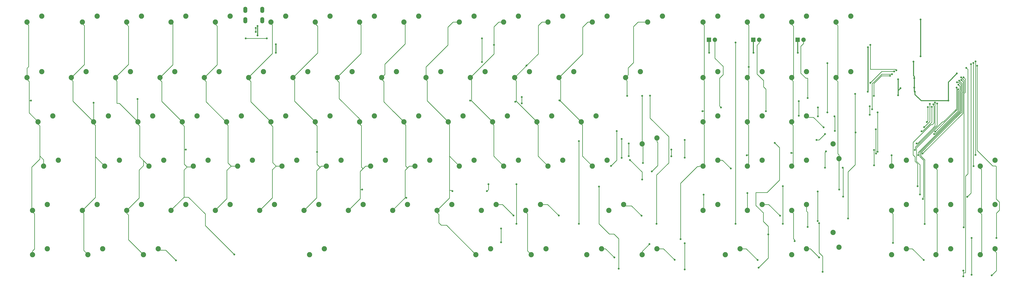
<source format=gbr>
G04 #@! TF.GenerationSoftware,KiCad,Pcbnew,5.1.2*
G04 #@! TF.CreationDate,2019-06-11T16:11:18+02:00*
G04 #@! TF.ProjectId,keyboard_layout_jopr,6b657962-6f61-4726-945f-6c61796f7574,rev?*
G04 #@! TF.SameCoordinates,Original*
G04 #@! TF.FileFunction,Copper,L1,Top*
G04 #@! TF.FilePolarity,Positive*
%FSLAX46Y46*%
G04 Gerber Fmt 4.6, Leading zero omitted, Abs format (unit mm)*
G04 Created by KiCad (PCBNEW 5.1.2) date 2019-06-11 16:11:18*
%MOMM*%
%LPD*%
G04 APERTURE LIST*
%ADD10R,1.905000X1.905000*%
%ADD11C,1.905000*%
%ADD12C,2.250000*%
%ADD13O,1.700000X2.700000*%
%ADD14C,0.800000*%
%ADD15C,0.381000*%
%ADD16C,0.254000*%
G04 APERTURE END LIST*
D10*
X352742500Y-30480000D03*
D11*
X355282500Y-30480000D03*
D12*
X350202500Y-22860000D03*
X356552500Y-20320000D03*
D10*
X333692500Y-30480000D03*
D11*
X336232500Y-30480000D03*
D12*
X331152500Y-22860000D03*
X337502500Y-20320000D03*
D10*
X314642500Y-30480000D03*
D11*
X317182500Y-30480000D03*
D12*
X312102500Y-22860000D03*
X318452500Y-20320000D03*
X220821250Y-120332500D03*
X214471250Y-122872500D03*
X149383750Y-120332500D03*
X143033750Y-122872500D03*
X270827500Y-82232500D03*
X264477500Y-84772500D03*
X277971250Y-101282500D03*
X271621250Y-103822500D03*
X367982500Y-113347500D03*
X370522500Y-119697500D03*
X268446250Y-120332500D03*
X262096250Y-122872500D03*
X285908750Y-75247500D03*
X292258750Y-72707500D03*
X437515000Y-120332500D03*
X431165000Y-122872500D03*
X418465000Y-101282500D03*
X412115000Y-103822500D03*
X437515000Y-101282500D03*
X431165000Y-103822500D03*
X418465000Y-82232500D03*
X412115000Y-84772500D03*
X437515000Y-82232500D03*
X431165000Y-84772500D03*
X418465000Y-120332500D03*
X412115000Y-122872500D03*
X399415000Y-101282500D03*
X393065000Y-103822500D03*
X399415000Y-82232500D03*
X393065000Y-84772500D03*
X367982500Y-75247500D03*
X370522500Y-81597500D03*
X375602500Y-44132500D03*
X369252500Y-46672500D03*
X375602500Y-20320000D03*
X369252500Y-22860000D03*
X399415000Y-120332500D03*
X393065000Y-122872500D03*
X356552500Y-82232500D03*
X350202500Y-84772500D03*
X356552500Y-63182500D03*
X350202500Y-65722500D03*
X356552500Y-44132500D03*
X350202500Y-46672500D03*
X356552500Y-120332500D03*
X350202500Y-122872500D03*
X356552500Y-101282500D03*
X350202500Y-103822500D03*
X337502500Y-82232500D03*
X331152500Y-84772500D03*
X337502500Y-63182500D03*
X331152500Y-65722500D03*
X337502500Y-44132500D03*
X331152500Y-46672500D03*
X337502500Y-101282500D03*
X331152500Y-103822500D03*
X318452500Y-82232500D03*
X312102500Y-84772500D03*
X318452500Y-63182500D03*
X312102500Y-65722500D03*
X318452500Y-44132500D03*
X312102500Y-46672500D03*
X327977500Y-120332500D03*
X321627500Y-122872500D03*
X318452500Y-101282500D03*
X312102500Y-103822500D03*
X285115000Y-44132500D03*
X278765000Y-46672500D03*
X294640000Y-20320000D03*
X288290000Y-22860000D03*
X292258750Y-120332500D03*
X285908750Y-122872500D03*
X266065000Y-63182500D03*
X259715000Y-65722500D03*
X256540000Y-44132500D03*
X250190000Y-46672500D03*
X270827500Y-20320000D03*
X264477500Y-22860000D03*
X242252500Y-101282500D03*
X235902500Y-103822500D03*
X251777500Y-82232500D03*
X245427500Y-84772500D03*
X247015000Y-63182500D03*
X240665000Y-65722500D03*
X237490000Y-44132500D03*
X231140000Y-46672500D03*
X251777500Y-20320000D03*
X245427500Y-22860000D03*
X244633750Y-120332500D03*
X238283750Y-122872500D03*
X223202500Y-101282500D03*
X216852500Y-103822500D03*
X232727500Y-82232500D03*
X226377500Y-84772500D03*
X227965000Y-63182500D03*
X221615000Y-65722500D03*
X218440000Y-44132500D03*
X212090000Y-46672500D03*
X232727500Y-20320000D03*
X226377500Y-22860000D03*
X204152500Y-101282500D03*
X197802500Y-103822500D03*
X213677500Y-82232500D03*
X207327500Y-84772500D03*
X208915000Y-63182500D03*
X202565000Y-65722500D03*
X199390000Y-44132500D03*
X193040000Y-46672500D03*
X213677500Y-20320000D03*
X207327500Y-22860000D03*
X185102500Y-101282500D03*
X178752500Y-103822500D03*
X194627500Y-82232500D03*
X188277500Y-84772500D03*
X189865000Y-63182500D03*
X183515000Y-65722500D03*
X180340000Y-44132500D03*
X173990000Y-46672500D03*
X189865000Y-20320000D03*
X183515000Y-22860000D03*
X166052500Y-101282500D03*
X159702500Y-103822500D03*
X175577500Y-82232500D03*
X169227500Y-84772500D03*
X170815000Y-63182500D03*
X164465000Y-65722500D03*
X161290000Y-44132500D03*
X154940000Y-46672500D03*
X170815000Y-20320000D03*
X164465000Y-22860000D03*
X147002500Y-101282500D03*
X140652500Y-103822500D03*
X156527500Y-82232500D03*
X150177500Y-84772500D03*
X151765000Y-63182500D03*
X145415000Y-65722500D03*
X142240000Y-44132500D03*
X135890000Y-46672500D03*
X151765000Y-20320000D03*
X145415000Y-22860000D03*
X127952500Y-101282500D03*
X121602500Y-103822500D03*
X137477500Y-82232500D03*
X131127500Y-84772500D03*
X132715000Y-63182500D03*
X126365000Y-65722500D03*
X123190000Y-44132500D03*
X116840000Y-46672500D03*
X132715000Y-20320000D03*
X126365000Y-22860000D03*
X108902500Y-101282500D03*
X102552500Y-103822500D03*
X118427500Y-82232500D03*
X112077500Y-84772500D03*
X113665000Y-63182500D03*
X107315000Y-65722500D03*
X104140000Y-44132500D03*
X97790000Y-46672500D03*
X108902500Y-20320000D03*
X102552500Y-22860000D03*
X89852500Y-101282500D03*
X83502500Y-103822500D03*
X99377500Y-82232500D03*
X93027500Y-84772500D03*
X94615000Y-63182500D03*
X88265000Y-65722500D03*
X85090000Y-44132500D03*
X78740000Y-46672500D03*
X89852500Y-20320000D03*
X83502500Y-22860000D03*
X77946250Y-120332500D03*
X71596250Y-122872500D03*
X70802500Y-101282500D03*
X64452500Y-103822500D03*
X80327500Y-82232500D03*
X73977500Y-84772500D03*
X75565000Y-63182500D03*
X69215000Y-65722500D03*
X59690000Y-46672500D03*
X66040000Y-44132500D03*
X70802500Y-20320000D03*
X64452500Y-22860000D03*
X54133750Y-120332500D03*
X47783750Y-122872500D03*
X51752500Y-101282500D03*
X45402500Y-103822500D03*
X61277500Y-82232500D03*
X54927500Y-84772500D03*
X56515000Y-63182500D03*
X50165000Y-65722500D03*
X46990000Y-44132500D03*
X40640000Y-46672500D03*
X51752500Y-20320000D03*
X45402500Y-22860000D03*
X30321250Y-120332500D03*
X23971250Y-122872500D03*
X30321250Y-101282500D03*
X23971250Y-103822500D03*
X35083750Y-82232500D03*
X28733750Y-84772500D03*
X32702500Y-63182500D03*
X26352500Y-65722500D03*
X27940000Y-44132500D03*
X21590000Y-46672500D03*
X27940000Y-20320000D03*
X21590000Y-22860000D03*
D13*
X115412500Y-17589500D03*
X122712500Y-17589500D03*
X122712500Y-22089500D03*
X115412500Y-22089500D03*
D14*
X128524000Y-32385000D03*
X128524000Y-36068000D03*
X120650000Y-24511000D03*
X120650000Y-28575000D03*
X405511000Y-37592000D03*
X405511000Y-21717000D03*
X395859000Y-54356000D03*
X396875000Y-51308000D03*
X395859000Y-47498000D03*
X352806000Y-36068000D03*
X333756000Y-36068000D03*
X314706000Y-36068000D03*
X382905000Y-33655000D03*
X382856500Y-52783500D03*
X402469067Y-39871933D03*
X402844000Y-46990000D03*
X403118814Y-52783500D03*
X417449000Y-56642000D03*
X421132000Y-44958000D03*
X402844000Y-51054000D03*
X115570000Y-29845000D03*
X124587000Y-29845000D03*
X365506000Y-61722000D03*
X365506000Y-40513000D03*
X217043000Y-40005000D03*
X217043000Y-29845000D03*
X429133000Y-80010000D03*
X429133000Y-39751000D03*
X387096000Y-61722000D03*
X387096000Y-78613000D03*
X353187000Y-63119000D03*
X353187000Y-56896000D03*
X234170155Y-57820000D03*
X234188000Y-55083000D03*
X423028382Y-46626606D03*
X406427250Y-79375000D03*
X386369000Y-68961000D03*
X386455814Y-79381223D03*
X372237000Y-97917000D03*
X372110000Y-85471000D03*
X364490000Y-85471000D03*
X364871000Y-78486000D03*
X298450000Y-77724000D03*
X298450000Y-80553000D03*
X280162000Y-80518000D03*
X280162000Y-75057000D03*
X427257210Y-40920979D03*
X425577000Y-98044000D03*
X361384567Y-108423000D03*
X361315000Y-95758000D03*
X219202000Y-95596000D03*
X219837000Y-92583000D03*
X424030900Y-46600989D03*
X424053000Y-111125000D03*
X225298000Y-111633000D03*
X225298000Y-117602000D03*
X304165000Y-117983000D03*
X304165000Y-129286000D03*
X429860000Y-41656000D03*
X438150000Y-115697000D03*
X427482000Y-115697000D03*
X427482000Y-131572000D03*
X423926000Y-132207000D03*
X423926000Y-129794000D03*
X425196000Y-42545000D03*
X85598000Y-125349000D03*
X273939000Y-124079000D03*
X406908000Y-125222000D03*
X436118000Y-131826000D03*
X211963000Y-56642000D03*
X23241000Y-56642000D03*
X395097000Y-43561000D03*
X383921000Y-32639000D03*
X222250000Y-32639000D03*
X231394000Y-57150000D03*
X50165000Y-57531000D03*
X394239505Y-44075497D03*
X383927067Y-49015933D03*
X236251750Y-41560750D03*
X250317000Y-56515000D03*
X69088000Y-55915000D03*
X393287495Y-45247000D03*
X384683000Y-60325000D03*
X274955000Y-69723000D03*
X272542000Y-84709000D03*
X110617000Y-122809000D03*
X285930990Y-54556010D03*
X279453990Y-54556010D03*
X286258000Y-83439000D03*
X89789000Y-77724000D03*
X392430000Y-45974000D03*
X385445000Y-54610000D03*
X311785000Y-61214000D03*
X302387000Y-116205000D03*
X289052000Y-118364000D03*
X412623000Y-57912000D03*
X403065238Y-77886000D03*
X385572000Y-77851000D03*
X385572000Y-84455000D03*
X330835000Y-80137000D03*
X331724000Y-42164000D03*
X350012000Y-79121000D03*
X146177000Y-78740000D03*
X411745457Y-57432500D03*
X403853933Y-75050933D03*
X370586000Y-94869000D03*
X165608000Y-94869000D03*
X421230898Y-48752000D03*
X404519239Y-80102000D03*
X393065000Y-80137000D03*
X184531000Y-98425000D03*
X421005000Y-51054000D03*
X405257000Y-97028000D03*
X312293000Y-97120000D03*
X393700000Y-117856000D03*
X351409000Y-117094000D03*
X204343000Y-95596000D03*
X422155380Y-48040723D03*
X406562000Y-98933000D03*
X331089000Y-96393000D03*
X428238571Y-40466969D03*
X428307500Y-84772500D03*
X119859500Y-27089009D03*
X119859500Y-25400000D03*
X299847000Y-125095000D03*
X335534000Y-125222000D03*
X361950000Y-124079000D03*
X290068000Y-87122000D03*
X363912433Y-68141567D03*
X285623000Y-106172000D03*
X250063000Y-106045000D03*
X230632000Y-106045000D03*
X323977000Y-85852000D03*
X356997000Y-110998000D03*
X345186000Y-106172000D03*
X326009000Y-109601000D03*
X326009000Y-31623000D03*
X423106961Y-47733319D03*
X407289000Y-109728000D03*
X292100000Y-109601000D03*
X289306000Y-54483000D03*
X361950000Y-109347000D03*
X374396000Y-107315000D03*
X377444000Y-53721000D03*
X363474000Y-130302000D03*
X421732000Y-51761108D03*
X411773085Y-69998870D03*
X377571000Y-70300011D03*
X280670000Y-82169000D03*
X285877000Y-90551000D03*
X258699000Y-74041000D03*
X258699000Y-109601000D03*
X335915000Y-128524000D03*
X340106000Y-114173000D03*
X342900000Y-74803000D03*
X304165000Y-73533000D03*
X304165000Y-81153000D03*
X277114000Y-81280000D03*
X277114000Y-73152000D03*
X421801455Y-49747007D03*
X411387010Y-71027011D03*
X364490000Y-70993000D03*
X360807000Y-73533000D03*
X231902000Y-92583000D03*
X231902000Y-109601000D03*
X275844000Y-128905000D03*
X267335000Y-93599000D03*
X346329000Y-109601000D03*
X346329000Y-93472000D03*
X411018457Y-58192005D03*
X404241000Y-93472000D03*
X410337000Y-59309000D03*
X405949433Y-69846001D03*
X368681000Y-69688000D03*
X368554000Y-63373000D03*
X361442000Y-63373000D03*
X361442000Y-59598000D03*
X319786000Y-59563000D03*
X409514750Y-58039000D03*
X407035000Y-68072000D03*
X339090000Y-61214000D03*
X408686000Y-59436000D03*
X408238683Y-65846683D03*
X383667000Y-62738000D03*
X383667000Y-59055000D03*
X356997000Y-55499000D03*
D15*
X128524000Y-32385000D02*
X128524000Y-36068000D01*
X120650000Y-24511000D02*
X120650000Y-28575000D01*
X405511000Y-37592000D02*
X405511000Y-27432000D01*
X405511000Y-27432000D02*
X405511000Y-24892000D01*
X405511000Y-24892000D02*
X405511000Y-21717000D01*
X395859000Y-54356000D02*
X395859000Y-53790315D01*
X395859000Y-53790315D02*
X395859000Y-52578000D01*
X395859000Y-52324000D02*
X396875000Y-51308000D01*
X395859000Y-52324000D02*
X395859000Y-47498000D01*
X395859000Y-52578000D02*
X395859000Y-52324000D01*
X352742500Y-30480000D02*
X352742500Y-36004500D01*
X352742500Y-36004500D02*
X352806000Y-36068000D01*
X333692500Y-36004500D02*
X333756000Y-36068000D01*
X333692500Y-30480000D02*
X333692500Y-36004500D01*
X314642500Y-36004500D02*
X314706000Y-36068000D01*
X314642500Y-30480000D02*
X314642500Y-36004500D01*
X382905000Y-33655000D02*
X382905000Y-52735000D01*
X382905000Y-52735000D02*
X382856500Y-52783500D01*
X402844000Y-46228000D02*
X402844000Y-46990000D01*
X402469067Y-45853067D02*
X402844000Y-46228000D01*
X402469067Y-39871933D02*
X402469067Y-45853067D01*
X402844000Y-52508686D02*
X403118814Y-52783500D01*
X403118814Y-52783500D02*
X403118814Y-53995814D01*
X403118814Y-53995814D02*
X405765000Y-56642000D01*
X405765000Y-56642000D02*
X417449000Y-56642000D01*
X417449000Y-56642000D02*
X417449000Y-48641000D01*
X417449000Y-48641000D02*
X421132000Y-44958000D01*
X402844000Y-46990000D02*
X402844000Y-51054000D01*
X402844000Y-51054000D02*
X402844000Y-52508686D01*
D16*
X119634000Y-29845000D02*
X124587000Y-29845000D01*
X119634000Y-29845000D02*
X121793000Y-29845000D01*
X115570000Y-29845000D02*
X119634000Y-29845000D01*
X365506000Y-61722000D02*
X365506000Y-40513000D01*
X217043000Y-40005000D02*
X217043000Y-29845000D01*
X429133000Y-80010000D02*
X429133000Y-79444315D01*
X429133000Y-79444315D02*
X429133000Y-39751000D01*
X429133000Y-39751000D02*
X429006000Y-39751000D01*
X387096000Y-61722000D02*
X387096000Y-78613000D01*
X353187000Y-63119000D02*
X353187000Y-56896000D01*
X234170155Y-57820000D02*
X234170155Y-55100845D01*
X234170155Y-55100845D02*
X234188000Y-55083000D01*
X423729060Y-62073190D02*
X406427250Y-79375000D01*
X423729060Y-53408278D02*
X423729060Y-62073190D01*
X424275041Y-47873265D02*
X424275041Y-52862297D01*
X424275041Y-52862297D02*
X423729060Y-53408278D01*
X423028382Y-46626606D02*
X424275041Y-47873265D01*
X386368999Y-78961961D02*
X386369000Y-78648000D01*
X386369000Y-78648000D02*
X386369000Y-68961000D01*
X386455814Y-79381223D02*
X386455814Y-79048776D01*
X386455814Y-79048776D02*
X386368999Y-78961961D01*
X372237000Y-97917000D02*
X372237000Y-85598000D01*
X372237000Y-85598000D02*
X372110000Y-85471000D01*
X364490000Y-85471000D02*
X364490000Y-78867000D01*
X364490000Y-78867000D02*
X364871000Y-78486000D01*
X298450000Y-77724000D02*
X298450000Y-80553000D01*
X280162000Y-80518000D02*
X280162000Y-75057000D01*
X427257210Y-96363790D02*
X425577000Y-98044000D01*
X427257210Y-40920979D02*
X427257210Y-96363790D01*
X361384567Y-108423000D02*
X361384567Y-95827567D01*
X361384567Y-95827567D02*
X361315000Y-95758000D01*
X219202000Y-95596000D02*
X219837000Y-94961000D01*
X219837000Y-94961000D02*
X219837000Y-92583000D01*
X424729051Y-47299140D02*
X424729051Y-47685208D01*
X424030900Y-46600989D02*
X424729051Y-47299140D01*
X424729051Y-53050354D02*
X424183070Y-53596335D01*
X424729051Y-47685208D02*
X424729051Y-53050354D01*
X424183070Y-53596335D02*
X424183070Y-53848000D01*
X424183070Y-53848000D02*
X424183070Y-102485930D01*
X424183070Y-102485930D02*
X424183070Y-110994930D01*
X424183070Y-110994930D02*
X424053000Y-111125000D01*
X225298000Y-111633000D02*
X225298000Y-117602000D01*
X304165000Y-117983000D02*
X304165000Y-129286000D01*
X436499000Y-84709000D02*
X437769000Y-84709000D01*
X429860000Y-41656000D02*
X429860000Y-78070000D01*
X437769000Y-84709000D02*
X438023000Y-84963000D01*
X438023000Y-84963000D02*
X438023000Y-98933000D01*
X429860000Y-78070000D02*
X436499000Y-84709000D01*
X439420000Y-100330000D02*
X439420000Y-103759000D01*
X438023000Y-98933000D02*
X439420000Y-100330000D01*
X439420000Y-103759000D02*
X438150000Y-105029000D01*
X438150000Y-105029000D02*
X438150000Y-115697000D01*
X427482000Y-115697000D02*
X427482000Y-131572000D01*
X424757998Y-130683000D02*
X423926000Y-130683000D01*
X424849999Y-130590999D02*
X424757998Y-130683000D01*
X423926000Y-130683000D02*
X423926000Y-129794000D01*
X425196000Y-42545000D02*
X425831000Y-43180000D01*
X424849999Y-89119001D02*
X424849999Y-130590999D01*
X423926000Y-132207000D02*
X423926000Y-130683000D01*
X425831000Y-43180000D02*
X425831000Y-88138000D01*
X425831000Y-88138000D02*
X424849999Y-89119001D01*
X77906250Y-120912500D02*
X81161500Y-120912500D01*
X81161500Y-120912500D02*
X85598000Y-125349000D01*
X268446250Y-120332500D02*
X270192500Y-120332500D01*
X270192500Y-120332500D02*
X273939000Y-124079000D01*
X399415000Y-120332500D02*
X402018500Y-120332500D01*
X402018500Y-120332500D02*
X406908000Y-125222000D01*
X437515000Y-120332500D02*
X437515000Y-121412000D01*
X437515000Y-121412000D02*
X438150000Y-122047000D01*
X438150000Y-122047000D02*
X438150000Y-129794000D01*
X438150000Y-129794000D02*
X436118000Y-131826000D01*
X21590000Y-42672000D02*
X21590000Y-46672500D01*
X22225000Y-42037000D02*
X21590000Y-42672000D01*
X22225000Y-24257000D02*
X22225000Y-42037000D01*
X21590000Y-22860000D02*
X21590000Y-23622000D01*
X21590000Y-23622000D02*
X22225000Y-24257000D01*
X22479000Y-61849000D02*
X26352500Y-65722500D01*
X21590000Y-46672500D02*
X21590000Y-47498000D01*
X21590000Y-47498000D02*
X22479000Y-48387000D01*
X26352500Y-65722500D02*
X26352500Y-66738500D01*
X26352500Y-66738500D02*
X27051000Y-67437000D01*
X28733750Y-82073750D02*
X28733750Y-84772500D01*
X27051000Y-80391000D02*
X28733750Y-82073750D01*
X27051000Y-80264000D02*
X27051000Y-81788000D01*
X27051000Y-80264000D02*
X27051000Y-80391000D01*
X27051000Y-67437000D02*
X27051000Y-80264000D01*
X27051000Y-81788000D02*
X23622000Y-85217000D01*
X23622000Y-103473250D02*
X23971250Y-103822500D01*
X23622000Y-85217000D02*
X23622000Y-103473250D01*
X24765000Y-105283000D02*
X23971250Y-104489250D01*
X23971250Y-104489250D02*
X23971250Y-103822500D01*
X24765000Y-120487760D02*
X24765000Y-105283000D01*
X23971250Y-121281510D02*
X24765000Y-120487760D01*
X23971250Y-122872500D02*
X23971250Y-121281510D01*
X226377500Y-22860000D02*
X224282000Y-22860000D01*
X224282000Y-22860000D02*
X222250000Y-24892000D01*
X222250000Y-36512500D02*
X212090000Y-46672500D01*
X212090000Y-46672500D02*
X212090000Y-47371000D01*
X212090000Y-47371000D02*
X212598000Y-47879000D01*
X212598000Y-47879000D02*
X212598000Y-56705500D01*
X221615000Y-65722500D02*
X221615000Y-66675000D01*
X221615000Y-66675000D02*
X222123000Y-67183000D01*
X222123000Y-80518000D02*
X226377500Y-84772500D01*
X222123000Y-67183000D02*
X222123000Y-80518000D01*
X215296750Y-59404250D02*
X221615000Y-65722500D01*
X212598000Y-56705500D02*
X215296750Y-59404250D01*
X212598000Y-56705500D02*
X212026500Y-56705500D01*
X212026500Y-56705500D02*
X211963000Y-56642000D01*
X22548315Y-56769000D02*
X22479000Y-56769000D01*
X22675315Y-56642000D02*
X22548315Y-56769000D01*
X23241000Y-56642000D02*
X22675315Y-56642000D01*
X22479000Y-48387000D02*
X22479000Y-56769000D01*
X22479000Y-56769000D02*
X22479000Y-61849000D01*
X394697001Y-43161001D02*
X388892999Y-43161001D01*
X395097000Y-43561000D02*
X394697001Y-43161001D01*
X388892999Y-43161001D02*
X383939999Y-43161001D01*
X383939999Y-43161001D02*
X383921000Y-43142002D01*
X383921000Y-43142002D02*
X383921000Y-32639000D01*
X222250000Y-24892000D02*
X222250000Y-32639000D01*
X222250000Y-32639000D02*
X222250000Y-36512500D01*
X40640000Y-46672500D02*
X40640000Y-47625000D01*
X40640000Y-47625000D02*
X41275000Y-48260000D01*
X41275000Y-56832500D02*
X50165000Y-65722500D01*
X41275000Y-48260000D02*
X41275000Y-56832500D01*
X50927000Y-80772000D02*
X54927500Y-84772500D01*
X50927000Y-67310000D02*
X50927000Y-80772000D01*
X50165000Y-65722500D02*
X50165000Y-66548000D01*
X50165000Y-66548000D02*
X50927000Y-67310000D01*
X45402500Y-103822500D02*
X45402500Y-104584500D01*
X45402500Y-104584500D02*
X45974000Y-105156000D01*
X45974000Y-121062750D02*
X47783750Y-122872500D01*
X45974000Y-105156000D02*
X45974000Y-121062750D01*
X50927000Y-98298000D02*
X50927000Y-97504250D01*
X45402500Y-103822500D02*
X50927000Y-98298000D01*
X50927000Y-80772000D02*
X50927000Y-97504250D01*
X41624250Y-45688250D02*
X40640000Y-46672500D01*
X46228000Y-41084500D02*
X41624250Y-45688250D01*
X46228000Y-24384000D02*
X46228000Y-41084500D01*
X45402500Y-23558500D02*
X46228000Y-24384000D01*
X45402500Y-22860000D02*
X45402500Y-23558500D01*
X245427500Y-22860000D02*
X242824000Y-22860000D01*
X242824000Y-22860000D02*
X241300000Y-24384000D01*
X241300000Y-24384000D02*
X241300000Y-36512500D01*
X231140000Y-46672500D02*
X231140000Y-47498000D01*
X231140000Y-47498000D02*
X231775000Y-48133000D01*
X231775000Y-48133000D02*
X231775000Y-56832500D01*
X240665000Y-65722500D02*
X240665000Y-66675000D01*
X240665000Y-66675000D02*
X241173000Y-67183000D01*
X241173000Y-80518000D02*
X245427500Y-84772500D01*
X241173000Y-67183000D02*
X241173000Y-80518000D01*
X233902250Y-58959750D02*
X240665000Y-65722500D01*
X231775000Y-56832500D02*
X233902250Y-58959750D01*
X231775000Y-56832500D02*
X231711500Y-56832500D01*
X231711500Y-56832500D02*
X231394000Y-57150000D01*
X50165000Y-57531000D02*
X50165000Y-65722500D01*
X393673820Y-44075497D02*
X393667323Y-44069000D01*
X394239505Y-44075497D02*
X393673820Y-44075497D01*
X393667323Y-44069000D02*
X389001000Y-44069000D01*
X389001000Y-44069000D02*
X388874000Y-44069000D01*
X388874000Y-44069000D02*
X383927067Y-49015933D01*
X241300000Y-36512500D02*
X236251750Y-41560750D01*
X236251750Y-41560750D02*
X231140000Y-46672500D01*
X65151000Y-116427250D02*
X71596250Y-122872500D01*
X65151000Y-105791000D02*
X65151000Y-116427250D01*
X64452500Y-103822500D02*
X64452500Y-105092500D01*
X64452500Y-105092500D02*
X65151000Y-105791000D01*
X64452500Y-22860000D02*
X64452500Y-23939500D01*
X64452500Y-23939500D02*
X65151000Y-24638000D01*
X59690000Y-46522500D02*
X59690000Y-46672500D01*
X65151000Y-41061500D02*
X59690000Y-46522500D01*
X65151000Y-24638000D02*
X65151000Y-41061500D01*
X59690000Y-46672500D02*
X59690000Y-47752000D01*
X59690000Y-47752000D02*
X60198000Y-48260000D01*
X60198000Y-48260000D02*
X60198000Y-57785000D01*
X61277500Y-57785000D02*
X69215000Y-65722500D01*
X69977000Y-67564000D02*
X69977000Y-80772000D01*
X69215000Y-65722500D02*
X69215000Y-66802000D01*
X69215000Y-66802000D02*
X69977000Y-67564000D01*
X71628000Y-82423000D02*
X73977500Y-84772500D01*
X69977000Y-80772000D02*
X71628000Y-82423000D01*
X69723000Y-98552000D02*
X64452500Y-103822500D01*
X69723000Y-86487000D02*
X69723000Y-98552000D01*
X71628000Y-84582000D02*
X69723000Y-86487000D01*
X71628000Y-82423000D02*
X71628000Y-84582000D01*
X60198000Y-57785000D02*
X60960000Y-57785000D01*
X60960000Y-57785000D02*
X61277500Y-57785000D01*
X264477500Y-22860000D02*
X262509000Y-22860000D01*
X262509000Y-22860000D02*
X260350000Y-25019000D01*
X260350000Y-36512500D02*
X250190000Y-46672500D01*
X260350000Y-25019000D02*
X260350000Y-36512500D01*
X250190000Y-46672500D02*
X250190000Y-47371000D01*
X250190000Y-47371000D02*
X250825000Y-48006000D01*
X250825000Y-56832500D02*
X259715000Y-65722500D01*
X250825000Y-48006000D02*
X250825000Y-56832500D01*
X259715000Y-65722500D02*
X259715000Y-66675000D01*
X259715000Y-66675000D02*
X260223000Y-67183000D01*
X260223000Y-80518000D02*
X264477500Y-84772500D01*
X260223000Y-67183000D02*
X260223000Y-80518000D01*
X250825000Y-56832500D02*
X250634500Y-56832500D01*
X250634500Y-56832500D02*
X250317000Y-56515000D01*
X69088000Y-65595500D02*
X69215000Y-65722500D01*
X69088000Y-55915000D02*
X69088000Y-65595500D01*
X393287495Y-45247000D02*
X388909000Y-45247000D01*
X384717999Y-55317107D02*
X384737892Y-55337000D01*
X384717999Y-49360934D02*
X384717999Y-55317107D01*
X388909000Y-45247000D02*
X388831933Y-45247000D01*
X388831933Y-45247000D02*
X384717999Y-49360934D01*
X384717999Y-55317107D02*
X384717999Y-60290001D01*
X384717999Y-60290001D02*
X384683000Y-60325000D01*
X274955000Y-69723000D02*
X274955000Y-82296000D01*
X274955000Y-82296000D02*
X272542000Y-84709000D01*
X83502500Y-103672500D02*
X83502500Y-103822500D01*
X88265000Y-66802000D02*
X89154000Y-67691000D01*
X88265000Y-65722500D02*
X88265000Y-66802000D01*
X89154000Y-83947000D02*
X90360500Y-85153500D01*
X90360500Y-85153500D02*
X89027000Y-86487000D01*
X89027000Y-86487000D02*
X89027000Y-98148000D01*
X92646500Y-85153500D02*
X93027500Y-84772500D01*
X90360500Y-85153500D02*
X92646500Y-85153500D01*
X79502000Y-56959500D02*
X88265000Y-65722500D01*
X79502000Y-48514000D02*
X79502000Y-56959500D01*
X78740000Y-46672500D02*
X78740000Y-47752000D01*
X78740000Y-47752000D02*
X79502000Y-48514000D01*
X84201000Y-41211500D02*
X79851250Y-45561250D01*
X79851250Y-45561250D02*
X78740000Y-46672500D01*
X84201000Y-23558500D02*
X84201000Y-41211500D01*
X83502500Y-22860000D02*
X84201000Y-23558500D01*
X85205500Y-101969500D02*
X83502500Y-103672500D01*
X89027000Y-98148000D02*
X85205500Y-101969500D01*
X143221807Y-123326510D02*
X143354784Y-123193533D01*
X89027000Y-98148000D02*
X90909000Y-98148000D01*
X90909000Y-98148000D02*
X98171000Y-105410000D01*
X98171000Y-105410000D02*
X98171000Y-110363000D01*
X98171000Y-110363000D02*
X110617000Y-122809000D01*
X279908000Y-45529500D02*
X278765000Y-46672500D01*
X282194000Y-40259000D02*
X279908000Y-42545000D01*
X282194000Y-24765000D02*
X282194000Y-40259000D01*
X288290000Y-22860000D02*
X284099000Y-22860000D01*
X279908000Y-42545000D02*
X279908000Y-45529500D01*
X284099000Y-22860000D02*
X282194000Y-24765000D01*
X285930990Y-75225260D02*
X285908750Y-75247500D01*
X285930990Y-54556010D02*
X285930990Y-75225260D01*
X278765000Y-46672500D02*
X278765000Y-47498000D01*
X278765000Y-47498000D02*
X279400000Y-48133000D01*
X279400000Y-48133000D02*
X279400000Y-54502020D01*
X279400000Y-54502020D02*
X279453990Y-54556010D01*
X285908750Y-75247500D02*
X285908750Y-75977750D01*
X285908750Y-75977750D02*
X286258000Y-76327000D01*
X286258000Y-76327000D02*
X286258000Y-83439000D01*
X89789000Y-77724000D02*
X89281000Y-77724000D01*
X89281000Y-77724000D02*
X89154000Y-77597000D01*
X89154000Y-67691000D02*
X89154000Y-77597000D01*
X89154000Y-77597000D02*
X89154000Y-83947000D01*
X391033000Y-45974000D02*
X388747000Y-45974000D01*
X391033000Y-45974000D02*
X390476001Y-45974000D01*
X392430000Y-45974000D02*
X391033000Y-45974000D01*
X385445000Y-49276000D02*
X385445000Y-54610000D01*
X388747000Y-45974000D02*
X385445000Y-49276000D01*
X112077500Y-84772500D02*
X109283500Y-84772500D01*
X109283500Y-84772500D02*
X107442000Y-86614000D01*
X102552500Y-103672500D02*
X102552500Y-103822500D01*
X107442000Y-86614000D02*
X107442000Y-98783000D01*
X107315000Y-65722500D02*
X107315000Y-66675000D01*
X107315000Y-66675000D02*
X107950000Y-67310000D01*
X107950000Y-83439000D02*
X109283500Y-84772500D01*
X107950000Y-67310000D02*
X107950000Y-83439000D01*
X97790000Y-46672500D02*
X97790000Y-47625000D01*
X97790000Y-47625000D02*
X98552000Y-48387000D01*
X98552000Y-48387000D02*
X98552000Y-57150000D01*
X107124500Y-65722500D02*
X107315000Y-65722500D01*
X98552000Y-57150000D02*
X107124500Y-65722500D01*
X103251000Y-41211500D02*
X98901250Y-45561250D01*
X103251000Y-24511000D02*
X103251000Y-41211500D01*
X102552500Y-23812500D02*
X103251000Y-24511000D01*
X98901250Y-45561250D02*
X97790000Y-46672500D01*
X102552500Y-22860000D02*
X102552500Y-23812500D01*
X105081000Y-101144000D02*
X102552500Y-103672500D01*
X107442000Y-98783000D02*
X105081000Y-101144000D01*
X312547000Y-46228000D02*
X312102500Y-46672500D01*
X312102500Y-22860000D02*
X312102500Y-23812500D01*
X312547000Y-24257000D02*
X312547000Y-46228000D01*
X312102500Y-23812500D02*
X312547000Y-24257000D01*
X312547000Y-65278000D02*
X312102500Y-65722500D01*
X312102500Y-46672500D02*
X312102500Y-47561500D01*
X312102500Y-47561500D02*
X312547000Y-48006000D01*
X312547000Y-84328000D02*
X312102500Y-84772500D01*
X312102500Y-65722500D02*
X312102500Y-66611500D01*
X312547000Y-67056000D02*
X312547000Y-84328000D01*
X312102500Y-66611500D02*
X312547000Y-67056000D01*
X312547000Y-61087000D02*
X311912000Y-61087000D01*
X311912000Y-61087000D02*
X311785000Y-61214000D01*
X312547000Y-61087000D02*
X312547000Y-65278000D01*
X312547000Y-48006000D02*
X312547000Y-61087000D01*
X312102500Y-84772500D02*
X310451500Y-84772500D01*
X310451500Y-84772500D02*
X310261000Y-84963000D01*
X310261000Y-84963000D02*
X309626000Y-84963000D01*
X309626000Y-84963000D02*
X302387000Y-92202000D01*
X302387000Y-92202000D02*
X302387000Y-116205000D01*
X285908750Y-121507250D02*
X285908750Y-122872500D01*
X289052000Y-118364000D02*
X285908750Y-121507250D01*
X412623000Y-57912000D02*
X412623000Y-67310000D01*
X412623000Y-67310000D02*
X403225000Y-76708000D01*
X403225000Y-76708000D02*
X403225000Y-76828927D01*
X403225000Y-76708000D02*
X403225000Y-77726238D01*
X403225000Y-77726238D02*
X403065238Y-77886000D01*
X385572000Y-77851000D02*
X385572000Y-84455000D01*
X131127500Y-84772500D02*
X128587500Y-84772500D01*
X126365000Y-65722500D02*
X126365000Y-67056000D01*
X126365000Y-67056000D02*
X127127000Y-67818000D01*
X127127000Y-83312000D02*
X128587500Y-84772500D01*
X117729000Y-57086500D02*
X126365000Y-65722500D01*
X117729000Y-48387000D02*
X117729000Y-57086500D01*
X116840000Y-46672500D02*
X116840000Y-47498000D01*
X116840000Y-47498000D02*
X117729000Y-48387000D01*
X116840000Y-46522500D02*
X116840000Y-46672500D01*
X127000000Y-36362500D02*
X116840000Y-46522500D01*
X127000000Y-24130000D02*
X127000000Y-36362500D01*
X126365000Y-23495000D02*
X127000000Y-24130000D01*
X126365000Y-22860000D02*
X126365000Y-23495000D01*
X127000000Y-86360000D02*
X127000000Y-98425000D01*
X128587500Y-84772500D02*
X127000000Y-86360000D01*
X124523500Y-100901500D02*
X121602500Y-103822500D01*
X127000000Y-98425000D02*
X124523500Y-100901500D01*
X127127000Y-67818000D02*
X127127000Y-80137000D01*
X127127000Y-80137000D02*
X127127000Y-83312000D01*
X331724000Y-46101000D02*
X331152500Y-46672500D01*
X331152500Y-22860000D02*
X331152500Y-23685500D01*
X331152500Y-23685500D02*
X331724000Y-24257000D01*
X331597000Y-48133000D02*
X331597000Y-65278000D01*
X331152500Y-46672500D02*
X331152500Y-47688500D01*
X331597000Y-65278000D02*
X331152500Y-65722500D01*
X331152500Y-47688500D02*
X331597000Y-48133000D01*
X331597000Y-84328000D02*
X331152500Y-84772500D01*
X331152500Y-65722500D02*
X331152500Y-66865500D01*
X331152500Y-66865500D02*
X331597000Y-67310000D01*
X331597000Y-67310000D02*
X331597000Y-79756000D01*
X331597000Y-80010000D02*
X330962000Y-80010000D01*
X331597000Y-80010000D02*
X331597000Y-84328000D01*
X330962000Y-80010000D02*
X330835000Y-80137000D01*
X331597000Y-79756000D02*
X331597000Y-80010000D01*
X331724000Y-42164000D02*
X331724000Y-46101000D01*
X331724000Y-24257000D02*
X331724000Y-42164000D01*
X150177500Y-84772500D02*
X148018500Y-84772500D01*
X145415000Y-65722500D02*
X145415000Y-66802000D01*
X145415000Y-66802000D02*
X146177000Y-67564000D01*
X146177000Y-84074000D02*
X147447000Y-85344000D01*
X148018500Y-84772500D02*
X147447000Y-85344000D01*
X136525000Y-56832500D02*
X145415000Y-65722500D01*
X136525000Y-48006000D02*
X136525000Y-56832500D01*
X135890000Y-46672500D02*
X135890000Y-47371000D01*
X135890000Y-47371000D02*
X136525000Y-48006000D01*
X146431000Y-36131500D02*
X135890000Y-46672500D01*
X146431000Y-24638000D02*
X146431000Y-36131500D01*
X145415000Y-23622000D02*
X146431000Y-24638000D01*
X145415000Y-22860000D02*
X145415000Y-23622000D01*
X141732000Y-102743000D02*
X140652500Y-103822500D01*
X146050000Y-86741000D02*
X146050000Y-98425000D01*
X147447000Y-85344000D02*
X146050000Y-86741000D01*
X143192500Y-101282500D02*
X141732000Y-102743000D01*
X146050000Y-98425000D02*
X143192500Y-101282500D01*
X146177000Y-79248000D02*
X146177000Y-84074000D01*
X350901000Y-45974000D02*
X350202500Y-46672500D01*
X350901000Y-24638000D02*
X350901000Y-45974000D01*
X350202500Y-22860000D02*
X350202500Y-23939500D01*
X350202500Y-23939500D02*
X350901000Y-24638000D01*
X350774000Y-65151000D02*
X350202500Y-65722500D01*
X350774000Y-48260000D02*
X350774000Y-65151000D01*
X350202500Y-46672500D02*
X350202500Y-47688500D01*
X350202500Y-47688500D02*
X350774000Y-48260000D01*
X350774000Y-84201000D02*
X350202500Y-84772500D01*
X350202500Y-65722500D02*
X350202500Y-66738500D01*
X350202500Y-66738500D02*
X350774000Y-67310000D01*
X350774000Y-67310000D02*
X350774000Y-78740000D01*
X350774000Y-79121000D02*
X350012000Y-79121000D01*
X350774000Y-79121000D02*
X350774000Y-84201000D01*
X350774000Y-78740000D02*
X350774000Y-79121000D01*
X146177000Y-67564000D02*
X146177000Y-78486000D01*
X146177000Y-78486000D02*
X146177000Y-78740000D01*
X146177000Y-78740000D02*
X146177000Y-79248000D01*
X411745457Y-57432500D02*
X411745457Y-67545477D01*
X411745457Y-67545477D02*
X404240001Y-75050933D01*
X404240001Y-75050933D02*
X403853933Y-75050933D01*
X169227500Y-84772500D02*
X167068500Y-84772500D01*
X164465000Y-65722500D02*
X164465000Y-66675000D01*
X164465000Y-66675000D02*
X165227000Y-67437000D01*
X165227000Y-85217000D02*
X165925500Y-85915500D01*
X167068500Y-84772500D02*
X165925500Y-85915500D01*
X154940000Y-46672500D02*
X154940000Y-48006000D01*
X154940000Y-48006000D02*
X155702000Y-48768000D01*
X155702000Y-48768000D02*
X155702000Y-55753000D01*
X164465000Y-64516000D02*
X164465000Y-65722500D01*
X155702000Y-55753000D02*
X164465000Y-64516000D01*
X154940000Y-46522500D02*
X154940000Y-46672500D01*
X165100000Y-36362500D02*
X154940000Y-46522500D01*
X165100000Y-24130000D02*
X165100000Y-36362500D01*
X164465000Y-23495000D02*
X165100000Y-24130000D01*
X164465000Y-22860000D02*
X164465000Y-23495000D01*
X164719000Y-98806000D02*
X159702500Y-103822500D01*
X165925500Y-85915500D02*
X164719000Y-87122000D01*
X165227000Y-67437000D02*
X165227000Y-78740000D01*
X165227000Y-78740000D02*
X165227000Y-85217000D01*
X369951000Y-45974000D02*
X369252500Y-46672500D01*
X369951000Y-24384000D02*
X369951000Y-45974000D01*
X369252500Y-22860000D02*
X369252500Y-23685500D01*
X369252500Y-23685500D02*
X369951000Y-24384000D01*
X369252500Y-46672500D02*
X369252500Y-47688500D01*
X369252500Y-47688500D02*
X369951000Y-48387000D01*
X370522500Y-80006510D02*
X370522500Y-81597500D01*
X370017990Y-79502000D02*
X370522500Y-80006510D01*
X369951000Y-79502000D02*
X370017990Y-79502000D01*
X369951000Y-60833000D02*
X369951000Y-79502000D01*
X369951000Y-48387000D02*
X369951000Y-60833000D01*
X370522500Y-81597500D02*
X370522500Y-94805500D01*
X370522500Y-94805500D02*
X370586000Y-94869000D01*
X165608000Y-94869000D02*
X165042315Y-94869000D01*
X165042315Y-94869000D02*
X164719000Y-94869000D01*
X164719000Y-87122000D02*
X164719000Y-94869000D01*
X164719000Y-94869000D02*
X164719000Y-98806000D01*
X422913011Y-49660011D02*
X422913011Y-50216496D01*
X421230898Y-48752000D02*
X422005000Y-48752000D01*
X422005000Y-48752000D02*
X422913011Y-49660011D01*
X422913011Y-52298126D02*
X422367030Y-52844107D01*
X422913011Y-50216496D02*
X422913011Y-52298126D01*
X422367030Y-52844107D02*
X422367030Y-54229000D01*
X422367030Y-54229000D02*
X422367030Y-61075125D01*
X422367030Y-61075125D02*
X404519239Y-78922916D01*
X404519239Y-78922916D02*
X404519239Y-80102000D01*
X393065000Y-80137000D02*
X393065000Y-84772500D01*
X188277500Y-84772500D02*
X185864500Y-84772500D01*
X178752500Y-103672500D02*
X178752500Y-103822500D01*
X184023000Y-98402000D02*
X178752500Y-103672500D01*
X183515000Y-65722500D02*
X183515000Y-66421000D01*
X183515000Y-66421000D02*
X184277000Y-67183000D01*
X184277000Y-84836000D02*
X185039000Y-85598000D01*
X184277000Y-67183000D02*
X184277000Y-84836000D01*
X185864500Y-84772500D02*
X185039000Y-85598000D01*
X185039000Y-85598000D02*
X184023000Y-86614000D01*
X173990000Y-46672500D02*
X173990000Y-47498000D01*
X173990000Y-47498000D02*
X174879000Y-48387000D01*
X179165250Y-61436250D02*
X174879000Y-57150000D01*
X179228750Y-61436250D02*
X179165250Y-61436250D01*
X174879000Y-48387000D02*
X174879000Y-57150000D01*
X179228750Y-61436250D02*
X183515000Y-65722500D01*
X183515000Y-22860000D02*
X183515000Y-23495000D01*
X183515000Y-23495000D02*
X184023000Y-24003000D01*
X184023000Y-24003000D02*
X184023000Y-32258000D01*
X175300000Y-45362500D02*
X173990000Y-46672500D01*
X175300000Y-40981000D02*
X175300000Y-45362500D01*
X184023000Y-32258000D02*
X175300000Y-40981000D01*
X184277000Y-98425000D02*
X184023000Y-98171000D01*
X184531000Y-98425000D02*
X184277000Y-98425000D01*
X184023000Y-86614000D02*
X184023000Y-98171000D01*
X184023000Y-98171000D02*
X184023000Y-98402000D01*
X235902500Y-103822500D02*
X235902500Y-104584500D01*
X235902500Y-104584500D02*
X236601000Y-105283000D01*
X236601000Y-121189750D02*
X238283750Y-122872500D01*
X236601000Y-105283000D02*
X236601000Y-121189750D01*
X421005000Y-51054000D02*
X421005000Y-54610000D01*
X421005000Y-60124889D02*
X415343889Y-65786000D01*
X421005000Y-54610000D02*
X421005000Y-60124889D01*
X403792238Y-76903755D02*
X403792238Y-82736238D01*
X415343889Y-65786000D02*
X414909993Y-65786000D01*
X414909993Y-65786000D02*
X403792238Y-76903755D01*
X403792238Y-82736238D02*
X405257000Y-84201000D01*
X405257000Y-84201000D02*
X405257000Y-97028000D01*
X312293000Y-103632000D02*
X312102500Y-103822500D01*
X312293000Y-97120000D02*
X312293000Y-103632000D01*
X202438000Y-32766000D02*
X193040000Y-42164000D01*
X193040000Y-42164000D02*
X193040000Y-46672500D01*
X202438000Y-25019000D02*
X202438000Y-32766000D01*
X204597000Y-22860000D02*
X202438000Y-25019000D01*
X207327500Y-22860000D02*
X204597000Y-22860000D01*
X193040000Y-46672500D02*
X193040000Y-47625000D01*
X193040000Y-47625000D02*
X193548000Y-48133000D01*
X193548000Y-48133000D02*
X193548000Y-56705500D01*
X202565000Y-65722500D02*
X202565000Y-66548000D01*
X202565000Y-66548000D02*
X203073000Y-67056000D01*
X203073000Y-80518000D02*
X207327500Y-84772500D01*
X203073000Y-67056000D02*
X203073000Y-80518000D01*
X196056250Y-59213750D02*
X202565000Y-65722500D01*
X193548000Y-56705500D02*
X196056250Y-59213750D01*
X203073000Y-98552000D02*
X197802500Y-103822500D01*
X331851000Y-104521000D02*
X331152500Y-103822500D01*
X393065000Y-103822500D02*
X393065000Y-104775000D01*
X393065000Y-104775000D02*
X393700000Y-105410000D01*
X393700000Y-105410000D02*
X393700000Y-117856000D01*
X350202500Y-104457500D02*
X350202500Y-103822500D01*
X350901000Y-105156000D02*
X350202500Y-104457500D01*
X350901000Y-116020315D02*
X350901000Y-105156000D01*
X351409000Y-117094000D02*
X351409000Y-116528315D01*
X351409000Y-116528315D02*
X350901000Y-116020315D01*
X203146001Y-95196001D02*
X203073000Y-95123000D01*
X203943001Y-95196001D02*
X203146001Y-95196001D01*
X203073000Y-80518000D02*
X203073000Y-95123000D01*
X204343000Y-95596000D02*
X203943001Y-95196001D01*
X203073000Y-95123000D02*
X203073000Y-98552000D01*
X197802500Y-103822500D02*
X197802500Y-104838500D01*
X198501000Y-109220000D02*
X199517000Y-110236000D01*
X197802500Y-104838500D02*
X198501000Y-105537000D01*
X198501000Y-105537000D02*
X198501000Y-109220000D01*
X199517000Y-110236000D02*
X201834750Y-110236000D01*
X201834750Y-110236000D02*
X214471250Y-122872500D01*
X423367021Y-49252364D02*
X422155380Y-48040723D01*
X422821040Y-61302960D02*
X422821040Y-53032164D01*
X422692875Y-61431125D02*
X422821040Y-61302960D01*
X423367021Y-52486183D02*
X423367021Y-49252364D01*
X422821040Y-53032164D02*
X423367021Y-52486183D01*
X422653097Y-61431125D02*
X422692875Y-61431125D01*
X406562000Y-98367315D02*
X406834990Y-98094325D01*
X406562000Y-98933000D02*
X406562000Y-98367315D01*
X406834990Y-98094325D02*
X406834990Y-82230056D01*
X405246239Y-78837982D02*
X422653097Y-61431125D01*
X405246239Y-80641306D02*
X405246239Y-78837982D01*
X406834990Y-82230056D02*
X405246239Y-80641306D01*
X331089000Y-103759000D02*
X331152500Y-103822500D01*
X331089000Y-96393000D02*
X331089000Y-103759000D01*
X431800000Y-105537000D02*
X431800000Y-122237500D01*
X431800000Y-122237500D02*
X431165000Y-122872500D01*
X431165000Y-103822500D02*
X431165000Y-104902000D01*
X431165000Y-104902000D02*
X431800000Y-105537000D01*
X431673000Y-86233000D02*
X431673000Y-103314500D01*
X431673000Y-103314500D02*
X431165000Y-103822500D01*
X431165000Y-84772500D02*
X431165000Y-85725000D01*
X431165000Y-85725000D02*
X431673000Y-86233000D01*
X412623000Y-103314500D02*
X412115000Y-103822500D01*
X412623000Y-86360000D02*
X412623000Y-103314500D01*
X412115000Y-84772500D02*
X412115000Y-85852000D01*
X412115000Y-85852000D02*
X412623000Y-86360000D01*
X412623000Y-122364500D02*
X412115000Y-122872500D01*
X412623000Y-105410000D02*
X412623000Y-122364500D01*
X412115000Y-103822500D02*
X412115000Y-104902000D01*
X412115000Y-104902000D02*
X412623000Y-105410000D01*
X428238571Y-84703571D02*
X428307500Y-84772500D01*
X428238571Y-40466969D02*
X428238571Y-84703571D01*
X119859500Y-27089009D02*
X119859500Y-25400000D01*
X292258750Y-120332500D02*
X295084500Y-120332500D01*
X295084500Y-120332500D02*
X299847000Y-125095000D01*
X327977500Y-120332500D02*
X330644500Y-120332500D01*
X330644500Y-120332500D02*
X335534000Y-125222000D01*
X356552500Y-120332500D02*
X358203500Y-120332500D01*
X358203500Y-120332500D02*
X361950000Y-124079000D01*
X292258750Y-74298490D02*
X292636260Y-74676000D01*
X292258750Y-72707500D02*
X292258750Y-74298490D01*
X292636260Y-74676000D02*
X292636260Y-81181260D01*
X292636260Y-81181260D02*
X292608000Y-81209520D01*
X292608000Y-81209520D02*
X292608000Y-84582000D01*
X292608000Y-84582000D02*
X290068000Y-87122000D01*
X356512500Y-63762500D02*
X359533366Y-63762500D01*
X359533366Y-63762500D02*
X363912433Y-68141567D01*
X277931250Y-101862500D02*
X281313500Y-101862500D01*
X281313500Y-101862500D02*
X285623000Y-106172000D01*
X242252500Y-101282500D02*
X245300500Y-101282500D01*
X245300500Y-101282500D02*
X250063000Y-106045000D01*
X223202500Y-101282500D02*
X225869500Y-101282500D01*
X225869500Y-101282500D02*
X230632000Y-106045000D01*
X318452500Y-82232500D02*
X320357500Y-82232500D01*
X320357500Y-82232500D02*
X323977000Y-85852000D01*
X356512500Y-101862500D02*
X356512500Y-104163500D01*
X356512500Y-104163500D02*
X356997000Y-104648000D01*
X356997000Y-104648000D02*
X356997000Y-110998000D01*
X337502500Y-101282500D02*
X340296500Y-101282500D01*
X340296500Y-101282500D02*
X345186000Y-106172000D01*
X326009000Y-109601000D02*
X326009000Y-109035315D01*
X326009000Y-109035315D02*
X326009000Y-31623000D01*
X423106961Y-47733319D02*
X423821031Y-48447389D01*
X423821031Y-52674240D02*
X423555077Y-52940193D01*
X423821031Y-48447389D02*
X423821031Y-52674240D01*
X423555077Y-52940193D02*
X423275050Y-53220220D01*
X423275050Y-53220220D02*
X423275050Y-54102000D01*
X423275050Y-54102000D02*
X423275050Y-61885134D01*
X405700249Y-79026039D02*
X405700249Y-79818249D01*
X423275050Y-61885134D02*
X422841154Y-61885134D01*
X422841154Y-61885134D02*
X405700249Y-79026039D01*
X405700249Y-79818249D02*
X405700249Y-80453249D01*
X405700249Y-80453249D02*
X407416000Y-82169000D01*
X407416000Y-82169000D02*
X407289000Y-82296000D01*
X407289000Y-82296000D02*
X407289000Y-109728000D01*
X292100000Y-109601000D02*
X292100000Y-88646000D01*
X292100000Y-88646000D02*
X297307000Y-83439000D01*
X297307000Y-83439000D02*
X297307000Y-72136000D01*
X297307000Y-72136000D02*
X289306000Y-64135000D01*
X289306000Y-64135000D02*
X289306000Y-54483000D01*
X374396000Y-107315000D02*
X374396000Y-87249000D01*
X374396000Y-87249000D02*
X377444000Y-84201000D01*
X361950000Y-121158000D02*
X361950000Y-122047000D01*
X361950000Y-121158000D02*
X361950000Y-109347000D01*
X361950000Y-122047000D02*
X363474000Y-123571000D01*
X363474000Y-123571000D02*
X363474000Y-130302000D01*
X421567892Y-51761108D02*
X421459010Y-51869990D01*
X421732000Y-51761108D02*
X421567892Y-51761108D01*
X421459010Y-51869990D02*
X421459010Y-54483000D01*
X377444000Y-84201000D02*
X377444000Y-71120000D01*
X421459010Y-54483000D02*
X421459010Y-60699013D01*
X421459010Y-60699013D02*
X421072942Y-60699013D01*
X421072942Y-60699013D02*
X411773085Y-69998870D01*
X377444000Y-70173011D02*
X377444000Y-69850000D01*
X377571000Y-70300011D02*
X377444000Y-70173011D01*
X377444000Y-71120000D02*
X377444000Y-69850000D01*
X377444000Y-69850000D02*
X377444000Y-53721000D01*
X280670000Y-82169000D02*
X285877000Y-87376000D01*
X285877000Y-87376000D02*
X285877000Y-90551000D01*
X258699000Y-74041000D02*
X258699000Y-109601000D01*
X335915000Y-128524000D02*
X340106000Y-124333000D01*
X340106000Y-115189000D02*
X340106000Y-110744000D01*
X340106000Y-115189000D02*
X340106000Y-114173000D01*
X340106000Y-124333000D02*
X340106000Y-115189000D01*
X340106000Y-110744000D02*
X337947000Y-108585000D01*
X337947000Y-108585000D02*
X337947000Y-104902000D01*
X337947000Y-104902000D02*
X334772000Y-101727000D01*
X334772000Y-101727000D02*
X334772000Y-96139000D01*
X334772000Y-96139000D02*
X339598000Y-96139000D01*
X339598000Y-96139000D02*
X344932000Y-90805000D01*
X344932000Y-90805000D02*
X344932000Y-76835000D01*
X344932000Y-76835000D02*
X342900000Y-74803000D01*
X304165000Y-73533000D02*
X304165000Y-81153000D01*
X277114000Y-81280000D02*
X277114000Y-73152000D01*
X421913020Y-52558980D02*
X421913020Y-54356000D01*
X421801455Y-49747007D02*
X422459001Y-50404553D01*
X422080961Y-52488109D02*
X421983891Y-52488109D01*
X421983891Y-52488109D02*
X421913020Y-52558980D01*
X421913020Y-54356000D02*
X421913020Y-60887069D01*
X422459001Y-52110069D02*
X422080961Y-52488109D01*
X422459001Y-50404553D02*
X422459001Y-52110069D01*
X421913020Y-60887069D02*
X415009044Y-67791045D01*
X415009044Y-67791045D02*
X411773078Y-71027011D01*
X411773078Y-71027011D02*
X411387010Y-71027011D01*
X364490000Y-70993000D02*
X361950000Y-73533000D01*
X361950000Y-73533000D02*
X360807000Y-73533000D01*
X231902000Y-92583000D02*
X231902000Y-109601000D01*
X275844000Y-128905000D02*
X275844000Y-116078000D01*
X275844000Y-116078000D02*
X273812000Y-114046000D01*
X273812000Y-114046000D02*
X271780000Y-114046000D01*
X271780000Y-114046000D02*
X267335000Y-109601000D01*
X267335000Y-109601000D02*
X267335000Y-93599000D01*
X346329000Y-109601000D02*
X346329000Y-93472000D01*
X411018457Y-58757690D02*
X411018457Y-58192005D01*
X411291447Y-59030680D02*
X411018457Y-58757690D01*
X411291447Y-66228553D02*
X411291447Y-59030680D01*
X410837437Y-66783297D02*
X410837437Y-66682563D01*
X409981588Y-66903412D02*
X410717322Y-66903412D01*
X410837437Y-66682563D02*
X411291447Y-66228553D01*
X404241000Y-83827066D02*
X403157001Y-82743067D01*
X404241000Y-93472000D02*
X404241000Y-83827066D01*
X410717322Y-66903412D02*
X410837437Y-66783297D01*
X402338237Y-80012237D02*
X402338237Y-74546763D01*
X403157001Y-82743067D02*
X403157001Y-80831001D01*
X403157001Y-80831001D02*
X402338237Y-80012237D01*
X402338237Y-74546763D02*
X409981588Y-66903412D01*
X410337000Y-65905934D02*
X409793531Y-66449403D01*
X410337000Y-59309000D02*
X410337000Y-65905934D01*
X409793531Y-66449403D02*
X406396933Y-69846001D01*
X406396933Y-69846001D02*
X405949433Y-69846001D01*
X368681000Y-69688000D02*
X368681000Y-63500000D01*
X368681000Y-63500000D02*
X368554000Y-63373000D01*
X361442000Y-63373000D02*
X361442000Y-59598000D01*
X317182500Y-38417500D02*
X317182500Y-30480000D01*
X320675000Y-45466000D02*
X320675000Y-41910000D01*
X319151000Y-46990000D02*
X320675000Y-45466000D01*
X319786000Y-59563000D02*
X319151000Y-58928000D01*
X320675000Y-41910000D02*
X317182500Y-38417500D01*
X319151000Y-58928000D02*
X319151000Y-46990000D01*
X409514750Y-58039000D02*
X409514750Y-65598750D01*
X409514750Y-65598750D02*
X407041500Y-68072000D01*
X407041500Y-68072000D02*
X407035000Y-68072000D01*
X339090000Y-51689000D02*
X339090000Y-61214000D01*
X336232500Y-30480000D02*
X336232500Y-31827038D01*
X338074000Y-50673000D02*
X339090000Y-51689000D01*
X336232500Y-31827038D02*
X335280001Y-32779537D01*
X335280001Y-32779537D02*
X335280001Y-45212001D01*
X335280001Y-45212001D02*
X338074000Y-48006000D01*
X338074000Y-48006000D02*
X338074000Y-50673000D01*
X408686000Y-59436000D02*
X408686000Y-60001685D01*
X408686000Y-60001685D02*
X408686000Y-65399366D01*
X408686000Y-65399366D02*
X408238683Y-65846683D01*
X383667000Y-62738000D02*
X383667000Y-59055000D01*
X356235000Y-46990000D02*
X356997000Y-46990000D01*
X356997000Y-46990000D02*
X356997000Y-55499000D01*
X354076000Y-44831000D02*
X356235000Y-46990000D01*
X354076000Y-33274000D02*
X354076000Y-44831000D01*
X355282500Y-32067500D02*
X354076000Y-33274000D01*
X355282500Y-30480000D02*
X355282500Y-32067500D01*
M02*

</source>
